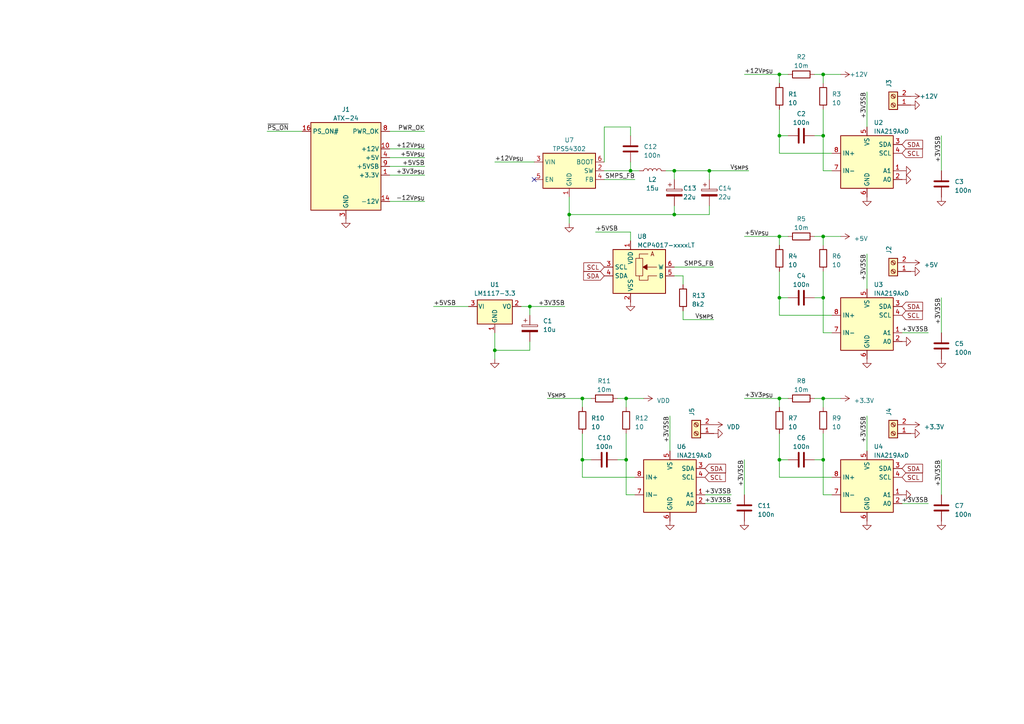
<source format=kicad_sch>
(kicad_sch (version 20230121) (generator eeschema)
  (paper "A4")
  (lib_symbols
    (symbol "Analog_ADC:INA219AxD"
      (property "Reference" "U" (at -6.35 8.89 0))
      (property "Value" "INA219AxD" (at 5.08 8.89 0))
      (symbol "INA219AxD_0_1"
        (rectangle (start -7.62 7.62) (end 7.62 -7.62) (stroke (width 0.254)) (fill (type background)))
      )
      (symbol "INA219AxD_1_1"
        (pin input line (at 10.16 -2.54 180) (length 2.54) (name "A1") (number "1"))
        (pin input line (at 10.16 -5.08 180) (length 2.54) (name "A0") (number "2"))
        (pin bidirectional line (at 10.16 5.08 180) (length 2.54) (name "SDA") (number "3"))
        (pin input line (at 10.16 2.54 180) (length 2.54) (name "SCL") (number "4"))
        (pin power_in line (at 0 10.16 270) (length 2.54) (name "VS") (number "5"))
        (pin power_in line (at 0 -10.16 90) (length 2.54) (name "GND") (number "6"))
        (pin input line (at -10.16 -2.54 0) (length 2.54) (name "IN-") (number "7"))
        (pin input line (at -10.16 2.54 0) (length 2.54) (name "IN+") (number "8"))
      )
    )
    (symbol "Connector:ATX-24"
      (property "Reference" "J" (at -8.89 13.97 0))
      (property "Value" "ATX-24" (at 6.35 13.97 0))
      (symbol "ATX-24_0_1"
        (rectangle (start -10.16 12.7) (end 10.16 -12.7) (stroke (width 0.254)) (fill (type background)))
      )
      (symbol "ATX-24_1_1"
        (pin power_out line (at 12.7 -2.54 180) (length 2.54) (name "+3.3V") (number "1"))
        (pin power_out line (at 12.7 5.08 180) (length 2.54) (name "+12V") (number "10"))
        (pin passive line (at 12.7 5.08 180) (length 2.54) hide (name "+12V") (number "11"))
        (pin passive line (at 12.7 -2.54 180) (length 2.54) hide (name "+3.3V") (number "12"))
        (pin passive line (at 12.7 -2.54 180) (length 2.54) hide (name "+3.3V") (number "13"))
        (pin power_out line (at 12.7 -10.16 180) (length 2.54) (name "-12V") (number "14"))
        (pin passive line (at 0 -15.24 90) (length 2.54) hide (name "GND") (number "15"))
        (pin open_collector line (at -12.7 10.16 0) (length 2.54) (name "PS_ON#") (number "16"))
        (pin passive line (at 0 -15.24 90) (length 2.54) hide (name "GND") (number "17"))
        (pin passive line (at 0 -15.24 90) (length 2.54) hide (name "GND") (number "18"))
        (pin passive line (at 0 -15.24 90) (length 2.54) hide (name "GND") (number "19"))
        (pin passive line (at 12.7 -2.54 180) (length 2.54) hide (name "+3.3V") (number "2"))
        (pin no_connect line (at -10.16 0 0) (length 2.54) hide (name "NC") (number "20"))
        (pin passive line (at 12.7 2.54 180) (length 2.54) hide (name "+5V") (number "21"))
        (pin passive line (at 12.7 2.54 180) (length 2.54) hide (name "+5V") (number "22"))
        (pin passive line (at 12.7 2.54 180) (length 2.54) hide (name "+5V") (number "23"))
        (pin passive line (at 0 -15.24 90) (length 2.54) hide (name "GND") (number "24"))
        (pin power_out line (at 0 -15.24 90) (length 2.54) (name "GND") (number "3"))
        (pin power_out line (at 12.7 2.54 180) (length 2.54) (name "+5V") (number "4"))
        (pin passive line (at 0 -15.24 90) (length 2.54) hide (name "GND") (number "5"))
        (pin passive line (at 12.7 2.54 180) (length 2.54) hide (name "+5V") (number "6"))
        (pin passive line (at 0 -15.24 90) (length 2.54) hide (name "GND") (number "7"))
        (pin output line (at 12.7 10.16 180) (length 2.54) (name "PWR_OK") (number "8"))
        (pin power_out line (at 12.7 0 180) (length 2.54) (name "+5VSB") (number "9"))
      )
    )
    (symbol "Connector:Screw_Terminal_01x02" (pin_names (offset 1.016) hide)
      (property "Reference" "J" (at 0 2.54 0))
      (property "Value" "Screw_Terminal_01x02" (at 0 -5.08 0))
      (symbol "Screw_Terminal_01x02_1_1"
        (rectangle (start -1.27 1.27) (end 1.27 -3.81) (stroke (width 0.254)) (fill (type background)))
        (circle (center 0 -2.54) (radius 0.635) (stroke (width 0.1524)))
        (polyline (pts (xy -0.5334 -2.2098) (xy 0.3302 -3.048)) (stroke (width 0.1524)))
        (polyline (pts (xy -0.5334 0.3302) (xy 0.3302 -0.508)) (stroke (width 0.1524)))
        (polyline (pts (xy -0.3556 -2.032) (xy 0.508 -2.8702)) (stroke (width 0.1524)))
        (polyline (pts (xy -0.3556 0.508) (xy 0.508 -0.3302)) (stroke (width 0.1524)))
        (circle (center 0 0) (radius 0.635) (stroke (width 0.1524)))
        (pin passive line (at -5.08 0 0) (length 3.81) (name "Pin_1") (number "1"))
        (pin passive line (at -5.08 -2.54 0) (length 3.81) (name "Pin_2") (number "2"))
      )
    )
    (symbol "Device:C" (pin_numbers hide) (pin_names (offset 0.254))
      (property "Reference" "C" (at 0.635 2.54 0))
      (property "Value" "C" (at 0.635 -2.54 0))
      (symbol "C_0_1"
        (polyline (pts (xy -2.032 -0.762) (xy 2.032 -0.762)) (stroke (width 0.508)))
        (polyline (pts (xy -2.032 0.762) (xy 2.032 0.762)) (stroke (width 0.508)))
      )
      (symbol "C_1_1"
        (pin passive line (at 0 3.81 270) (length 2.794) (name "~") (number "1"))
        (pin passive line (at 0 -3.81 90) (length 2.794) (name "~") (number "2"))
      )
    )
    (symbol "Device:C_Polarized" (pin_numbers hide) (pin_names (offset 0.254))
      (property "Reference" "C" (at 0.635 2.54 0))
      (property "Value" "C_Polarized" (at 0.635 -2.54 0))
      (symbol "C_Polarized_0_1"
        (rectangle (start -2.286 0.508) (end 2.286 1.016))
        (polyline (pts (xy -1.778 2.286) (xy -0.762 2.286)))
        (polyline (pts (xy -1.27 2.794) (xy -1.27 1.778)))
        (rectangle (start 2.286 -0.508) (end -2.286 -1.016) (fill (type outline)))
      )
      (symbol "C_Polarized_1_1"
        (pin passive line (at 0 3.81 270) (length 2.794) (name "~") (number "1"))
        (pin passive line (at 0 -3.81 90) (length 2.794) (name "~") (number "2"))
      )
    )
    (symbol "Device:L" (pin_numbers hide) (pin_names (offset 1.016) hide)
      (property "Reference" "L" (at -1.27 0 90))
      (property "Value" "L" (at 1.905 0 90))
      (symbol "L_0_1"
        (arc (start 0 -2.54) (mid 0.6323 -1.905) (end 0 -1.27))
        (arc (start 0 -1.27) (mid 0.6323 -0.635) (end 0 0))
        (arc (start 0 0) (mid 0.6323 0.635) (end 0 1.27))
        (arc (start 0 1.27) (mid 0.6323 1.905) (end 0 2.54))
      )
      (symbol "L_1_1"
        (pin passive line (at 0 3.81 270) (length 1.27) (name "1") (number "1"))
        (pin passive line (at 0 -3.81 90) (length 1.27) (name "2") (number "2"))
      )
    )
    (symbol "Device:R" (pin_numbers hide) (pin_names (offset 0))
      (property "Reference" "R" (at 2.032 0 90))
      (property "Value" "R" (at 0 0 90))
      (symbol "R_0_1"
        (rectangle (start -1.016 -2.54) (end 1.016 2.54) (stroke (width 0.254)))
      )
      (symbol "R_1_1"
        (pin passive line (at 0 3.81 270) (length 1.27) (name "~") (number "1"))
        (pin passive line (at 0 -3.81 90) (length 1.27) (name "~") (number "2"))
      )
    )
    (symbol "Potentiometer_Digital:MCP4017-xxxxLT"
      (property "Reference" "U" (at -7.62 8.89 0))
      (property "Value" "MCP4017-xxxxLT" (at 1.27 8.89 0))
      (symbol "MCP4017-xxxxLT_0_0"
        (polyline (pts (xy 0 5.08) (xy 0 6.35) (xy 2.54 6.35)))
        (polyline (pts (xy 5.08 0) (xy 2.54 0) (xy 2.54 -1.27) (xy 0 -1.27) (xy 0 0)))
        (text "A" (at 3.81 6.35 0) (effects (font (size 1.27 1.27))))
      )
      (symbol "MCP4017-xxxxLT_1_1"
        (rectangle (start -7.62 7.62) (end 7.62 -5.08) (stroke (width 0.254)) (fill (type background)))
        (polyline (pts (xy 5.08 2.54) (xy 2.286 2.54)))
        (polyline (pts (xy 2.286 1.778) (xy 2.286 3.302) (xy 1.016 2.54) (xy 2.286 1.778)) (fill (type outline)))
        (rectangle (start 1.016 0) (end -1.016 5.08))
        (pin power_in line (at -2.54 10.16 270) (length 2.54) (name "VDD") (number "1"))
        (pin power_in line (at -2.54 -7.62 90) (length 2.54) (name "VSS") (number "2"))
        (pin input line (at -10.16 2.54 0) (length 2.54) (name "SCL") (number "3"))
        (pin bidirectional line (at -10.16 0 0) (length 2.54) (name "SDA") (number "4"))
        (pin passive line (at 10.16 0 180) (length 2.54) (name "B") (number "5"))
        (pin passive line (at 10.16 2.54 180) (length 2.54) (name "W") (number "6"))
      )
    )
    (symbol "Regulator_Linear:LM1117-3.3" (pin_names (offset 0.254))
      (property "Reference" "U" (at -3.81 3.175 0))
      (property "Value" "LM1117-3.3" (at 0 3.175 0))
      (symbol "LM1117-3.3_0_1"
        (rectangle (start -5.08 -5.08) (end 5.08 1.905) (stroke (width 0.254)) (fill (type background)))
      )
      (symbol "LM1117-3.3_1_1"
        (pin power_in line (at 0 -7.62 90) (length 2.54) (name "GND") (number "1"))
        (pin power_out line (at 7.62 0 180) (length 2.54) (name "VO") (number "2"))
        (pin power_in line (at -7.62 0 0) (length 2.54) (name "VI") (number "3"))
      )
    )
    (symbol "Regulator_Switching:TPS54302"
      (property "Reference" "U" (at -7.62 6.35 0))
      (property "Value" "TPS54302" (at 0 6.35 0))
      (symbol "TPS54302_0_1"
        (rectangle (start -7.62 5.08) (end 7.62 -5.08) (stroke (width 0.254)) (fill (type background)))
      )
      (symbol "TPS54302_1_1"
        (pin power_in line (at 0 -7.62 90) (length 2.54) (name "GND") (number "1"))
        (pin power_out line (at 10.16 0 180) (length 2.54) (name "SW") (number "2"))
        (pin power_in line (at -10.16 2.54 0) (length 2.54) (name "VIN") (number "3"))
        (pin input line (at 10.16 -2.54 180) (length 2.54) (name "FB") (number "4"))
        (pin input line (at -10.16 -2.54 0) (length 2.54) (name "EN") (number "5"))
        (pin passive line (at 10.16 2.54 180) (length 2.54) (name "BOOT") (number "6"))
      )
    )
    (symbol "power:+12V" (power) (pin_names (offset 0))
      (property "Value" "+12V" (at 0 3.556 0))
      (symbol "+12V_0_1"
        (polyline (pts (xy -0.762 1.27) (xy 0 2.54)))
        (polyline (pts (xy 0 0) (xy 0 2.54)))
        (polyline (pts (xy 0 2.54) (xy 0.762 1.27)))
      )
      (symbol "+12V_1_1"
        (pin power_in line (at 0 0 90) (length 0) hide (name "+12V") (number "1"))
      )
    )
    (symbol "power:+3.3V" (power) (pin_names (offset 0))
      (property "Value" "+3.3V" (at 0 3.556 0))
      (symbol "+3.3V_0_1"
        (polyline (pts (xy -0.762 1.27) (xy 0 2.54)))
        (polyline (pts (xy 0 0) (xy 0 2.54)))
        (polyline (pts (xy 0 2.54) (xy 0.762 1.27)))
      )
      (symbol "+3.3V_1_1"
        (pin power_in line (at 0 0 90) (length 0) hide (name "+3.3V") (number "1"))
      )
    )
    (symbol "power:+5V" (power) (pin_names (offset 0))
      (property "Value" "+5V" (at 0 3.556 0))
      (symbol "+5V_0_1"
        (polyline (pts (xy -0.762 1.27) (xy 0 2.54)))
        (polyline (pts (xy 0 0) (xy 0 2.54)))
        (polyline (pts (xy 0 2.54) (xy 0.762 1.27)))
      )
      (symbol "+5V_1_1"
        (pin power_in line (at 0 0 90) (length 0) hide (name "+5V") (number "1"))
      )
    )
    (symbol "power:GND" (power) (pin_names (offset 0))
      (property "Value" "GND" (at 0 -3.81 0))
      (symbol "GND_0_1"
        (polyline (pts (xy 0 0) (xy 0 -1.27) (xy 1.27 -1.27) (xy 0 -2.54) (xy -1.27 -1.27) (xy 0 -1.27)))
      )
      (symbol "GND_1_1"
        (pin power_in line (at 0 0 270) (length 0) hide (name "GND") (number "1"))
      )
    )
    (symbol "power:VDD" (power) (pin_names (offset 0))
      (property "Value" "VDD" (at 0 3.81 0))
      (symbol "VDD_0_1"
        (polyline (pts (xy -0.762 1.27) (xy 0 2.54)))
        (polyline (pts (xy 0 0) (xy 0 2.54)))
        (polyline (pts (xy 0 2.54) (xy 0.762 1.27)))
      )
      (symbol "VDD_1_1"
        (pin power_in line (at 0 0 90) (length 0) hide (name "VDD") (number "1"))
      )
    )
  )
  (junction (at 168.91 115.57))
  (junction (at 143.51 101.6))
  (junction (at 226.06 86.36))
  (junction (at 226.06 39.37))
  (junction (at 205.74 49.53))
  (junction (at 153.67 88.9))
  (junction (at 238.76 21.59))
  (junction (at 226.06 21.59))
  (junction (at 238.76 39.37))
  (junction (at 238.76 133.35))
  (junction (at 181.61 115.57))
  (junction (at 168.91 133.35))
  (junction (at 238.76 115.57))
  (junction (at 195.58 62.23))
  (junction (at 195.58 49.53))
  (junction (at 181.61 133.35))
  (junction (at 226.06 115.57))
  (junction (at 226.06 133.35))
  (junction (at 238.76 68.58))
  (junction (at 182.88 49.53))
  (junction (at 165.1 62.23))
  (junction (at 226.06 68.58))
  (junction (at 238.76 86.36))
  (no_connect (at 154.94 52.07))
  (wire (pts (xy 181.61 125.73) (xy 181.61 133.35)))
  (wire (pts (xy 205.74 62.23) (xy 195.58 62.23)))
  (wire (pts (xy 171.45 133.35) (xy 168.91 133.35)))
  (wire (pts (xy 165.1 62.23) (xy 165.1 64.77)))
  (wire (pts (xy 226.06 125.73) (xy 226.06 133.35)))
  (wire (pts (xy 181.61 133.35) (xy 181.61 143.51)))
  (wire (pts (xy 143.51 46.99) (xy 154.94 46.99)))
  (wire (pts (xy 217.17 49.53) (xy 205.74 49.53)))
  (wire (pts (xy 251.46 73.66) (xy 251.46 83.82)))
  (wire (pts (xy 273.05 133.35) (xy 273.05 143.51)))
  (wire (pts (xy 226.06 115.57) (xy 226.06 118.11)))
  (wire (pts (xy 226.06 44.45) (xy 241.3 44.45)))
  (wire (pts (xy 241.3 49.53) (xy 238.76 49.53)))
  (wire (pts (xy 273.05 86.36) (xy 273.05 96.52)))
  (wire (pts (xy 193.04 49.53) (xy 195.58 49.53)))
  (wire (pts (xy 168.91 138.43) (xy 184.15 138.43)))
  (wire (pts (xy 226.06 39.37) (xy 226.06 44.45)))
  (wire (pts (xy 123.19 58.42) (xy 113.03 58.42)))
  (wire (pts (xy 238.76 68.58) (xy 236.22 68.58)))
  (wire (pts (xy 175.26 36.83) (xy 182.88 36.83)))
  (wire (pts (xy 238.76 133.35) (xy 238.76 143.51)))
  (wire (pts (xy 238.76 115.57) (xy 236.22 115.57)))
  (wire (pts (xy 228.6 86.36) (xy 226.06 86.36)))
  (wire (pts (xy 153.67 91.44) (xy 153.67 88.9)))
  (wire (pts (xy 236.22 133.35) (xy 238.76 133.35)))
  (wire (pts (xy 195.58 62.23) (xy 195.58 59.69)))
  (wire (pts (xy 226.06 31.75) (xy 226.06 39.37)))
  (wire (pts (xy 205.74 49.53) (xy 195.58 49.53)))
  (wire (pts (xy 226.06 133.35) (xy 226.06 138.43)))
  (wire (pts (xy 226.06 115.57) (xy 228.6 115.57)))
  (wire (pts (xy 198.12 82.55) (xy 198.12 80.01)))
  (wire (pts (xy 238.76 31.75) (xy 238.76 39.37)))
  (wire (pts (xy 123.19 45.72) (xy 113.03 45.72)))
  (wire (pts (xy 175.26 36.83) (xy 175.26 46.99)))
  (wire (pts (xy 153.67 99.06) (xy 153.67 101.6)))
  (wire (pts (xy 182.88 36.83) (xy 182.88 39.37)))
  (wire (pts (xy 228.6 39.37) (xy 226.06 39.37)))
  (wire (pts (xy 238.76 21.59) (xy 238.76 24.13)))
  (wire (pts (xy 205.74 52.07) (xy 205.74 49.53)))
  (wire (pts (xy 151.13 88.9) (xy 153.67 88.9)))
  (wire (pts (xy 123.19 38.1) (xy 113.03 38.1)))
  (wire (pts (xy 238.76 21.59) (xy 236.22 21.59)))
  (wire (pts (xy 226.06 68.58) (xy 228.6 68.58)))
  (wire (pts (xy 215.9 115.57) (xy 226.06 115.57)))
  (wire (pts (xy 182.88 67.31) (xy 182.88 69.85)))
  (wire (pts (xy 123.19 48.26) (xy 113.03 48.26)))
  (wire (pts (xy 238.76 21.59) (xy 243.84 21.59)))
  (wire (pts (xy 215.9 68.58) (xy 226.06 68.58)))
  (wire (pts (xy 181.61 115.57) (xy 186.69 115.57)))
  (wire (pts (xy 215.9 133.35) (xy 215.9 143.51)))
  (wire (pts (xy 194.31 120.65) (xy 194.31 130.81)))
  (wire (pts (xy 238.76 115.57) (xy 238.76 118.11)))
  (wire (pts (xy 182.88 49.53) (xy 185.42 49.53)))
  (wire (pts (xy 236.22 39.37) (xy 238.76 39.37)))
  (wire (pts (xy 182.88 46.99) (xy 182.88 49.53)))
  (wire (pts (xy 184.15 143.51) (xy 181.61 143.51)))
  (wire (pts (xy 251.46 26.67) (xy 251.46 36.83)))
  (wire (pts (xy 226.06 21.59) (xy 226.06 24.13)))
  (wire (pts (xy 168.91 133.35) (xy 168.91 138.43)))
  (wire (pts (xy 226.06 21.59) (xy 228.6 21.59)))
  (wire (pts (xy 207.01 92.71) (xy 198.12 92.71)))
  (wire (pts (xy 226.06 138.43) (xy 241.3 138.43)))
  (wire (pts (xy 212.09 143.51) (xy 204.47 143.51)))
  (wire (pts (xy 181.61 115.57) (xy 179.07 115.57)))
  (wire (pts (xy 168.91 125.73) (xy 168.91 133.35)))
  (wire (pts (xy 181.61 115.57) (xy 181.61 118.11)))
  (wire (pts (xy 168.91 115.57) (xy 168.91 118.11)))
  (wire (pts (xy 215.9 21.59) (xy 226.06 21.59)))
  (wire (pts (xy 165.1 62.23) (xy 195.58 62.23)))
  (wire (pts (xy 273.05 39.37) (xy 273.05 49.53)))
  (wire (pts (xy 238.76 68.58) (xy 243.84 68.58)))
  (wire (pts (xy 212.09 146.05) (xy 204.47 146.05)))
  (wire (pts (xy 228.6 133.35) (xy 226.06 133.35)))
  (wire (pts (xy 238.76 86.36) (xy 238.76 96.52)))
  (wire (pts (xy 198.12 80.01) (xy 195.58 80.01)))
  (wire (pts (xy 182.88 49.53) (xy 175.26 49.53)))
  (wire (pts (xy 269.24 96.52) (xy 261.62 96.52)))
  (wire (pts (xy 184.15 52.07) (xy 175.26 52.07)))
  (wire (pts (xy 143.51 101.6) (xy 153.67 101.6)))
  (wire (pts (xy 238.76 125.73) (xy 238.76 133.35)))
  (wire (pts (xy 123.19 43.18) (xy 113.03 43.18)))
  (wire (pts (xy 238.76 68.58) (xy 238.76 71.12)))
  (wire (pts (xy 238.76 115.57) (xy 243.84 115.57)))
  (wire (pts (xy 143.51 101.6) (xy 143.51 96.52)))
  (wire (pts (xy 123.19 50.8) (xy 113.03 50.8)))
  (wire (pts (xy 226.06 78.74) (xy 226.06 86.36)))
  (wire (pts (xy 158.75 115.57) (xy 168.91 115.57)))
  (wire (pts (xy 207.01 77.47) (xy 195.58 77.47)))
  (wire (pts (xy 226.06 68.58) (xy 226.06 71.12)))
  (wire (pts (xy 168.91 115.57) (xy 171.45 115.57)))
  (wire (pts (xy 238.76 78.74) (xy 238.76 86.36)))
  (wire (pts (xy 238.76 39.37) (xy 238.76 49.53)))
  (wire (pts (xy 251.46 120.65) (xy 251.46 130.81)))
  (wire (pts (xy 198.12 90.17) (xy 198.12 92.71)))
  (wire (pts (xy 269.24 146.05) (xy 261.62 146.05)))
  (wire (pts (xy 143.51 104.14) (xy 143.51 101.6)))
  (wire (pts (xy 125.73 88.9) (xy 135.89 88.9)))
  (wire (pts (xy 236.22 86.36) (xy 238.76 86.36)))
  (wire (pts (xy 179.07 133.35) (xy 181.61 133.35)))
  (wire (pts (xy 77.47 38.1) (xy 87.63 38.1)))
  (wire (pts (xy 195.58 49.53) (xy 195.58 52.07)))
  (wire (pts (xy 226.06 91.44) (xy 241.3 91.44)))
  (wire (pts (xy 241.3 96.52) (xy 238.76 96.52)))
  (wire (pts (xy 205.74 59.69) (xy 205.74 62.23)))
  (wire (pts (xy 226.06 86.36) (xy 226.06 91.44)))
  (wire (pts (xy 172.72 67.31) (xy 182.88 67.31)))
  (wire (pts (xy 153.67 88.9) (xy 163.83 88.9)))
  (wire (pts (xy 241.3 143.51) (xy 238.76 143.51)))
  (wire (pts (xy 165.1 57.15) (xy 165.1 62.23)))
  (label "SMPS_FB" (at 184.15 52.07 180))
  (label "PWR_OK" (at 123.19 38.1 180))
  (label "+3V3_{PSU}" (at 215.9 115.57 0))
  (label "+3V3SB" (at 269.24 96.52 180))
  (label "+5V_{PSU}" (at 215.9 68.58 0))
  (label "-12V_{PSU}" (at 123.19 58.42 180))
  (label "+3V3SB" (at 251.46 120.65 270))
  (label "+3V3SB" (at 215.9 133.35 270))
  (label "+3V3SB" (at 273.05 39.37 270))
  (label "V_{SMPS}" (at 207.01 92.71 180))
  (label "+3V3_{PSU}" (at 123.19 50.8 180))
  (label "+3V3SB" (at 212.09 143.51 180))
  (label "+3V3SB" (at 212.09 146.05 180))
  (label "+3V3SB" (at 251.46 73.66 270))
  (label "+3V3SB" (at 273.05 86.36 270))
  (label "~{PS_ON}" (at 77.47 38.1 0))
  (label "+5VSB" (at 172.72 67.31 0))
  (label "V_{SMPS}" (at 217.17 49.53 180))
  (label "SMPS_FB" (at 207.01 77.47 180))
  (label "V_{SMPS}" (at 158.75 115.57 0))
  (label "+3V3SB" (at 251.46 26.67 270))
  (label "+3V3SB" (at 269.24 146.05 180))
  (label "+5V_{PSU}" (at 123.19 45.72 180))
  (label "+12V_{PSU}" (at 123.19 43.18 180))
  (label "+3V3SB" (at 273.05 133.35 270))
  (label "+3V3SB" (at 194.31 120.65 270))
  (label "+12V_{PSU}" (at 215.9 21.59 0))
  (label "+5VSB" (at 125.73 88.9 0))
  (label "+12V_{PSU}" (at 143.51 46.99 0))
  (label "+3V3SB" (at 163.83 88.9 180))
  (label "+5VSB" (at 123.19 48.26 180))
  (global_label "SDA" (shape input) (at 204.47 135.89 0) (property "Intersheetrefs" "${INTERSHEET_REFS}" (effects hide)))
  (global_label "SDA" (shape input) (at 261.62 88.9 0) (property "Intersheetrefs" "${INTERSHEET_REFS}" (effects hide)))
  (global_label "SDA" (shape input) (at 261.62 41.91 0) (property "Intersheetrefs" "${INTERSHEET_REFS}" (effects hide)))
  (global_label "SCL" (shape input) (at 261.62 91.44 0) (property "Intersheetrefs" "${INTERSHEET_REFS}" (effects hide)))
  (global_label "SCL" (shape input) (at 175.26 77.47 180) (property "Intersheetrefs" "${INTERSHEET_REFS}" (effects hide)))
  (global_label "SCL" (shape input) (at 261.62 138.43 0) (property "Intersheetrefs" "${INTERSHEET_REFS}" (effects hide)))
  (global_label "SCL" (shape input) (at 261.62 44.45 0) (property "Intersheetrefs" "${INTERSHEET_REFS}" (effects hide)))
  (global_label "SDA" (shape input) (at 261.62 135.89 0) (property "Intersheetrefs" "${INTERSHEET_REFS}" (effects hide)))
  (global_label "SCL" (shape input) (at 204.47 138.43 0) (property "Intersheetrefs" "${INTERSHEET_REFS}" (effects hide)))
  (global_label "SDA" (shape input) (at 175.26 80.01 180) (property "Intersheetrefs" "${INTERSHEET_REFS}" (effects hide)))
  (symbol (lib_id "Analog_ADC:INA219AxD") (at 251.46 93.98 0) (unit 1)
    (property "Reference" "U3" (at 253.4159 82.55 0) (effects (justify left)))
    (property "Value" "INA219AxD" (at 253.4159 85.09 0) (effects (justify left)))
    (property "Footprint" "Package_SO:SOIC-8_3.9x4.9mm_P1.27mm" (effects hide))
    (property "Datasheet" "http://www.ti.com/lit/ds/symlink/ina219.pdf" (effects hide))
  )
  (symbol (lib_id "power:+12V") (at 264.16 27.94 270) (unit 1)
    (property "Reference" "#PWR022" (effects hide))
    (property "Value" "+12V" (at 266.7 27.94 90) (effects (justify left)))
  )
  (symbol (lib_id "power:GND") (at 143.51 104.14 0) (unit 1)
    (property "Reference" "#PWR02" (effects hide))
    (property "Value" "GND" (effects hide))
  )
  (symbol (lib_id "Device:C") (at 232.41 133.35 90) (unit 1)
    (property "Reference" "C6" (at 232.41 127 90))
    (property "Value" "100n" (at 232.41 129.54 90))
    (property "Footprint" "Capacitor_SMD:C_0603_1608Metric_Pad1.08x0.95mm_HandSolder" (effects hide))
  )
  (symbol (lib_id "Device:C") (at 273.05 100.33 180) (unit 1)
    (property "Reference" "C5" (at 276.86 99.695 0) (effects (justify right)))
    (property "Value" "100n" (at 276.86 102.235 0) (effects (justify right)))
    (property "Footprint" "Capacitor_SMD:C_0603_1608Metric_Pad1.08x0.95mm_HandSolder" (effects hide))
  )
  (symbol (lib_id "power:GND") (at 261.62 99.06 90) (unit 1)
    (property "Reference" "#PWR020" (effects hide))
    (property "Value" "GND" (effects hide))
  )
  (symbol (lib_id "Device:R") (at 232.41 21.59 90) (unit 1)
    (property "Reference" "R2" (at 232.41 16.51 90))
    (property "Value" "10m" (at 232.41 19.05 90))
    (property "Footprint" "Resistor_SMD:R_1206_3216Metric_Pad1.30x1.75mm_HandSolder" (effects hide))
  )
  (symbol (lib_id "Regulator_Switching:TPS54302") (at 165.1 49.53 0) (unit 1)
    (property "Reference" "U7" (at 165.1 40.64 0))
    (property "Value" "TPS54302" (at 165.1 43.18 0))
    (property "Footprint" "Package_TO_SOT_SMD:SOT-23-6" (effects hide))
    (property "Datasheet" "http://www.ti.com/lit/ds/symlink/tps54302.pdf" (effects hide))
  )
  (symbol (lib_id "power:GND") (at 264.16 30.48 90) (unit 1)
    (property "Reference" "#PWR017" (effects hide))
    (property "Value" "GND" (effects hide))
  )
  (symbol (lib_id "Device:R") (at 226.06 27.94 0) (unit 1)
    (property "Reference" "R1" (at 228.6 27.305 0) (effects (justify left)))
    (property "Value" "10" (at 228.6 29.845 0) (effects (justify left)))
    (property "Footprint" "Resistor_SMD:R_0603_1608Metric_Pad0.98x0.95mm_HandSolder" (effects hide))
  )
  (symbol (lib_id "power:GND") (at 182.88 87.63 0) (unit 1)
    (property "Reference" "#PWR016" (effects hide))
    (property "Value" "GND" (effects hide))
  )
  (symbol (lib_id "power:GND") (at 251.46 104.14 0) (unit 1)
    (property "Reference" "#PWR05" (effects hide))
    (property "Value" "GND" (effects hide))
  )
  (symbol (lib_id "power:GND") (at 273.05 104.14 0) (unit 1)
    (property "Reference" "#PWR06" (effects hide))
    (property "Value" "GND" (effects hide))
  )
  (symbol (lib_id "Device:C") (at 175.26 133.35 90) (unit 1)
    (property "Reference" "C10" (at 175.26 127 90))
    (property "Value" "100n" (at 175.26 129.54 90))
    (property "Footprint" "Capacitor_SMD:C_0603_1608Metric_Pad1.08x0.95mm_HandSolder" (effects hide))
  )
  (symbol (lib_id "Analog_ADC:INA219AxD") (at 251.46 46.99 0) (unit 1)
    (property "Reference" "U2" (at 253.4159 35.56 0) (effects (justify left)))
    (property "Value" "INA219AxD" (at 253.4159 38.1 0) (effects (justify left)))
    (property "Footprint" "Package_SO:SOIC-8_3.9x4.9mm_P1.27mm" (effects hide))
    (property "Datasheet" "http://www.ti.com/lit/ds/symlink/ina219.pdf" (effects hide))
  )
  (symbol (lib_id "Device:R") (at 238.76 74.93 0) (unit 1)
    (property "Reference" "R6" (at 241.3 74.295 0) (effects (justify left)))
    (property "Value" "10" (at 241.3 76.835 0) (effects (justify left)))
    (property "Footprint" "Resistor_SMD:R_0603_1608Metric_Pad0.98x0.95mm_HandSolder" (effects hide))
  )
  (symbol (lib_id "power:GND") (at 194.31 151.13 0) (unit 1)
    (property "Reference" "#PWR014" (effects hide))
    (property "Value" "GND" (effects hide))
  )
  (symbol (lib_id "Connector:ATX-24") (at 100.33 48.26 0) (unit 1)
    (property "Reference" "J1" (at 100.33 31.75 0))
    (property "Value" "ATX-24" (at 100.33 34.29 0))
    (property "Footprint" "Connector_Molex:Molex_Mini-Fit_Jr_5566-24A_2x12_P4.20mm_Vertical" (effects hide))
    (property "Datasheet" "https://www.intel.com/content/dam/www/public/us/en/documents/guides/power-supply-design-guide-june.pdf#page=33" (effects hide))
  )
  (symbol (lib_id "Device:C") (at 215.9 147.32 180) (unit 1)
    (property "Reference" "C11" (at 219.71 146.685 0) (effects (justify right)))
    (property "Value" "100n" (at 219.71 149.225 0) (effects (justify right)))
    (property "Footprint" "Capacitor_SMD:C_0603_1608Metric_Pad1.08x0.95mm_HandSolder" (effects hide))
  )
  (symbol (lib_id "power:GND") (at 264.16 125.73 90) (unit 1)
    (property "Reference" "#PWR026" (effects hide))
    (property "Value" "GND" (effects hide))
  )
  (symbol (lib_id "Device:L") (at 189.23 49.53 90) (unit 1)
    (property "Reference" "L2" (at 189.23 52.07 90))
    (property "Value" "15u" (at 189.23 54.61 90))
    (property "Footprint" "Inductor_SMD:L_12x12mm_H8mm" (effects hide))
  )
  (symbol (lib_id "Device:C") (at 182.88 43.18 180) (unit 1)
    (property "Reference" "C12" (at 186.69 42.545 0) (effects (justify right)))
    (property "Value" "100n" (at 186.69 45.085 0) (effects (justify right)))
    (property "Footprint" "Capacitor_SMD:C_0603_1608Metric_Pad1.08x0.95mm_HandSolder" (effects hide))
  )
  (symbol (lib_id "power:GND") (at 261.62 49.53 90) (unit 1)
    (property "Reference" "#PWR018" (effects hide))
    (property "Value" "GND" (effects hide))
  )
  (symbol (lib_id "power:GND") (at 261.62 52.07 90) (unit 1)
    (property "Reference" "#PWR019" (effects hide))
    (property "Value" "GND" (effects hide))
  )
  (symbol (lib_id "Device:R") (at 181.61 121.92 0) (unit 1)
    (property "Reference" "R12" (at 184.15 121.285 0) (effects (justify left)))
    (property "Value" "10" (at 184.15 123.825 0) (effects (justify left)))
    (property "Footprint" "Resistor_SMD:R_0603_1608Metric_Pad0.98x0.95mm_HandSolder" (effects hide))
  )
  (symbol (lib_id "Device:R") (at 198.12 86.36 0) (unit 1)
    (property "Reference" "R13" (at 200.66 85.725 0) (effects (justify left)))
    (property "Value" "8k2" (at 200.66 88.265 0) (effects (justify left)))
    (property "Footprint" "Resistor_SMD:R_0603_1608Metric_Pad0.98x0.95mm_HandSolder" (effects hide))
  )
  (symbol (lib_id "Potentiometer_Digital:MCP4017-xxxxLT") (at 185.42 80.01 0) (unit 1)
    (property "Reference" "U8" (at 184.8359 68.58 0) (effects (justify left)))
    (property "Value" "MCP4017-xxxxLT" (at 184.8359 71.12 0) (effects (justify left)))
    (property "Footprint" "Package_TO_SOT_SMD:SOT-363_SC-70-6" (effects hide))
    (property "Datasheet" "http://ww1.microchip.com/downloads/en/DeviceDoc/22147a.pdf" (effects hide))
  )
  (symbol (lib_id "Device:C") (at 273.05 147.32 180) (unit 1)
    (property "Reference" "C7" (at 276.86 146.685 0) (effects (justify right)))
    (property "Value" "100n" (at 276.86 149.225 0) (effects (justify right)))
    (property "Footprint" "Capacitor_SMD:C_0603_1608Metric_Pad1.08x0.95mm_HandSolder" (effects hide))
  )
  (symbol (lib_id "Regulator_Linear:LM1117-3.3") (at 143.51 88.9 0) (unit 1)
    (property "Reference" "U1" (at 143.51 82.55 0))
    (property "Value" "LM1117-3.3" (at 143.51 85.09 0))
    (property "Footprint" "Package_TO_SOT_SMD:SOT-223-3_TabPin2" (effects hide))
    (property "Datasheet" "http://www.ti.com/lit/ds/symlink/lm1117.pdf" (effects hide))
  )
  (symbol (lib_id "Connector:Screw_Terminal_01x02") (at 259.08 78.74 180) (unit 1)
    (property "Reference" "J2" (at 257.8099 73.66 90) (effects (justify right)))
    (property "Value" "Screw_Terminal_01x02" (effects hide))
    (property "Footprint" "TerminalBlock:TerminalBlock_bornier-2_P5.08mm" (effects hide))
  )
  (symbol (lib_id "Device:R") (at 232.41 115.57 90) (unit 1)
    (property "Reference" "R8" (at 232.41 110.49 90))
    (property "Value" "10m" (at 232.41 113.03 90))
    (property "Footprint" "Resistor_SMD:R_1206_3216Metric_Pad1.30x1.75mm_HandSolder" (effects hide))
  )
  (symbol (lib_id "power:VDD") (at 186.69 115.57 270) (unit 1)
    (property "Reference" "#PWR012" (effects hide))
    (property "Value" "VDD" (at 190.5 116.205 90) (effects (justify left)))
  )
  (symbol (lib_id "power:GND") (at 165.1 64.77 0) (unit 1)
    (property "Reference" "#PWR013" (effects hide))
    (property "Value" "GND" (effects hide))
  )
  (symbol (lib_id "power:GND") (at 273.05 57.15 0) (unit 1)
    (property "Reference" "#PWR04" (effects hide))
    (property "Value" "GND" (effects hide))
  )
  (symbol (lib_id "Device:R") (at 232.41 68.58 90) (unit 1)
    (property "Reference" "R5" (at 232.41 63.5 90))
    (property "Value" "10m" (at 232.41 66.04 90))
    (property "Footprint" "Resistor_SMD:R_1206_3216Metric_Pad1.30x1.75mm_HandSolder" (effects hide))
  )
  (symbol (lib_id "power:+3.3V") (at 264.16 123.19 270) (unit 1)
    (property "Reference" "#PWR025" (effects hide))
    (property "Value" "+3.3V" (at 267.97 123.825 90) (effects (justify left)))
  )
  (symbol (lib_id "Device:R") (at 168.91 121.92 0) (unit 1)
    (property "Reference" "R10" (at 171.45 121.285 0) (effects (justify left)))
    (property "Value" "10" (at 171.45 123.825 0) (effects (justify left)))
    (property "Footprint" "Resistor_SMD:R_0603_1608Metric_Pad0.98x0.95mm_HandSolder" (effects hide))
  )
  (symbol (lib_id "Device:R") (at 238.76 27.94 0) (unit 1)
    (property "Reference" "R3" (at 241.3 27.305 0) (effects (justify left)))
    (property "Value" "10" (at 241.3 29.845 0) (effects (justify left)))
    (property "Footprint" "Resistor_SMD:R_0603_1608Metric_Pad0.98x0.95mm_HandSolder" (effects hide))
  )
  (symbol (lib_id "power:+3.3V") (at 243.84 115.57 270) (unit 1)
    (property "Reference" "#PWR011" (effects hide))
    (property "Value" "+3.3V" (at 247.65 116.205 90) (effects (justify left)))
  )
  (symbol (lib_id "Device:C") (at 232.41 39.37 90) (unit 1)
    (property "Reference" "C2" (at 232.41 33.02 90))
    (property "Value" "100n" (at 232.41 35.56 90))
    (property "Footprint" "Capacitor_SMD:C_0603_1608Metric_Pad1.08x0.95mm_HandSolder" (effects hide))
  )
  (symbol (lib_id "Analog_ADC:INA219AxD") (at 194.31 140.97 0) (unit 1)
    (property "Reference" "U6" (at 196.2659 129.54 0) (effects (justify left)))
    (property "Value" "INA219AxD" (at 196.2659 132.08 0) (effects (justify left)))
    (property "Footprint" "Package_SO:SOIC-8_3.9x4.9mm_P1.27mm" (effects hide))
    (property "Datasheet" "http://www.ti.com/lit/ds/symlink/ina219.pdf" (effects hide))
  )
  (symbol (lib_id "Device:C") (at 273.05 53.34 180) (unit 1)
    (property "Reference" "C3" (at 276.86 52.705 0) (effects (justify right)))
    (property "Value" "100n" (at 276.86 55.245 0) (effects (justify right)))
    (property "Footprint" "Capacitor_SMD:C_0603_1608Metric_Pad1.08x0.95mm_HandSolder" (effects hide))
  )
  (symbol (lib_id "power:+5V") (at 243.84 68.58 270) (unit 1)
    (property "Reference" "#PWR010" (effects hide))
    (property "Value" "+5V" (at 247.65 69.215 90) (effects (justify left)))
  )
  (symbol (lib_id "Device:R") (at 175.26 115.57 90) (unit 1)
    (property "Reference" "R11" (at 175.26 110.49 90))
    (property "Value" "10m" (at 175.26 113.03 90))
    (property "Footprint" "Resistor_SMD:R_1206_3216Metric_Pad1.30x1.75mm_HandSolder" (effects hide))
  )
  (symbol (lib_id "Device:R") (at 226.06 74.93 0) (unit 1)
    (property "Reference" "R4" (at 228.6 74.295 0) (effects (justify left)))
    (property "Value" "10" (at 228.6 76.835 0) (effects (justify left)))
    (property "Footprint" "Resistor_SMD:R_0603_1608Metric_Pad0.98x0.95mm_HandSolder" (effects hide))
  )
  (symbol (lib_id "Analog_ADC:INA219AxD") (at 251.46 140.97 0) (unit 1)
    (property "Reference" "U4" (at 253.4159 129.54 0) (effects (justify left)))
    (property "Value" "INA219AxD" (at 253.4159 132.08 0) (effects (justify left)))
    (property "Footprint" "Package_SO:SOIC-8_3.9x4.9mm_P1.27mm" (effects hide))
    (property "Datasheet" "http://www.ti.com/lit/ds/symlink/ina219.pdf" (effects hide))
  )
  (symbol (lib_id "power:GND") (at 207.01 125.73 90) (unit 1)
    (property "Reference" "#PWR028" (effects hide))
    (property "Value" "GND" (effects hide))
  )
  (symbol (lib_id "Device:C_Polarized") (at 205.74 55.88 0) (unit 1)
    (property "Reference" "C14" (at 208.28 54.61 0) (effects (justify left)))
    (property "Value" "22u" (at 208.28 57.15 0) (effects (justify left)))
    (property "Footprint" "Capacitor_Tantalum_SMD:CP_EIA-3528-12_Kemet-T_Pad1.50x2.35mm_HandSolder" (effects hide))
  )
  (symbol (lib_id "power:GND") (at 100.33 63.5 0) (unit 1)
    (property "Reference" "#PWR01" (effects hide))
    (property "Value" "GND" (effects hide))
  )
  (symbol (lib_id "power:GND") (at 251.46 57.15 0) (unit 1)
    (property "Reference" "#PWR03" (effects hide))
    (property "Value" "GND" (effects hide))
  )
  (symbol (lib_id "Connector:Screw_Terminal_01x02") (at 259.08 125.73 180) (unit 1)
    (property "Reference" "J4" (at 257.8099 120.65 90) (effects (justify right)))
    (property "Value" "Screw_Terminal_01x02" (effects hide))
    (property "Footprint" "TerminalBlock:TerminalBlock_bornier-2_P5.08mm" (effects hide))
  )
  (symbol (lib_id "power:GND") (at 261.62 143.51 90) (unit 1)
    (property "Reference" "#PWR021" (effects hide))
    (property "Value" "GND" (effects hide))
  )
  (symbol (lib_id "Connector:Screw_Terminal_01x02") (at 259.08 30.48 180) (unit 1)
    (property "Reference" "J3" (at 257.8099 25.4 90) (effects (justify right)))
    (property "Value" "Screw_Terminal_01x02" (effects hide))
    (property "Footprint" "TerminalBlock:TerminalBlock_bornier-2_P5.08mm" (effects hide))
  )
  (symbol (lib_id "Device:R") (at 238.76 121.92 0) (unit 1)
    (property "Reference" "R9" (at 241.3 121.285 0) (effects (justify left)))
    (property "Value" "10" (at 241.3 123.825 0) (effects (justify left)))
    (property "Footprint" "Resistor_SMD:R_0603_1608Metric_Pad0.98x0.95mm_HandSolder" (effects hide))
  )
  (symbol (lib_id "Device:C") (at 232.41 86.36 90) (unit 1)
    (property "Reference" "C4" (at 232.41 80.01 90))
    (property "Value" "100n" (at 232.41 82.55 90))
    (property "Footprint" "Capacitor_SMD:C_0603_1608Metric_Pad1.08x0.95mm_HandSolder" (effects hide))
  )
  (symbol (lib_id "Connector:Screw_Terminal_01x02") (at 201.93 125.73 180) (unit 1)
    (property "Reference" "J5" (at 200.6599 120.65 90) (effects (justify right)))
    (property "Value" "Screw_Terminal_01x02" (effects hide))
    (property "Footprint" "TerminalBlock:TerminalBlock_bornier-2_P5.08mm" (effects hide))
  )
  (symbol (lib_id "power:GND") (at 273.05 151.13 0) (unit 1)
    (property "Reference" "#PWR08" (effects hide))
    (property "Value" "GND" (effects hide))
  )
  (symbol (lib_id "power:GND") (at 264.16 78.74 90) (unit 1)
    (property "Reference" "#PWR024" (effects hide))
    (property "Value" "GND" (effects hide))
  )
  (symbol (lib_id "power:GND") (at 215.9 151.13 0) (unit 1)
    (property "Reference" "#PWR015" (effects hide))
    (property "Value" "GND" (effects hide))
  )
  (symbol (lib_id "power:GND") (at 251.46 151.13 0) (unit 1)
    (property "Reference" "#PWR07" (effects hide))
    (property "Value" "GND" (effects hide))
  )
  (symbol (lib_id "Device:R") (at 226.06 121.92 0) (unit 1)
    (property "Reference" "R7" (at 228.6 121.285 0) (effects (justify left)))
    (property "Value" "10" (at 228.6 123.825 0) (effects (justify left)))
    (property "Footprint" "Resistor_SMD:R_0603_1608Metric_Pad0.98x0.95mm_HandSolder" (effects hide))
  )
  (symbol (lib_id "power:+12V") (at 243.84 21.59 270) (unit 1)
    (property "Reference" "#PWR09" (effects hide))
    (property "Value" "+12V" (at 246.38 21.59 90) (effects (justify left)))
  )
  (symbol (lib_id "Device:C_Polarized") (at 153.67 95.25 0) (unit 1)
    (property "Reference" "C1" (at 157.48 93.0909 0) (effects (justify left)))
    (property "Value" "10u" (at 157.48 95.6309 0) (effects (justify left)))
    (property "Footprint" "Capacitor_Tantalum_SMD:CP_EIA-3528-12_Kemet-T_Pad1.50x2.35mm_HandSolder" (effects hide))
  )
  (symbol (lib_id "Device:C_Polarized") (at 195.58 55.88 0) (unit 1)
    (property "Reference" "C13" (at 198.12 54.61 0) (effects (justify left)))
    (property "Value" "22u" (at 198.12 57.15 0) (effects (justify left)))
    (property "Footprint" "Capacitor_Tantalum_SMD:CP_EIA-3528-12_Kemet-T_Pad1.50x2.35mm_HandSolder" (effects hide))
  )
  (symbol (lib_id "power:+5V") (at 264.16 76.2 270) (unit 1)
    (property "Reference" "#PWR023" (effects hide))
    (property "Value" "+5V" (at 267.97 76.835 90) (effects (justify left)))
  )
  (symbol (lib_id "power:VDD") (at 207.01 123.19 270) (unit 1)
    (property "Reference" "#PWR027" (effects hide))
    (property "Value" "VDD" (at 210.82 123.825 90) (effects (justify left)))
  )
)
</source>
